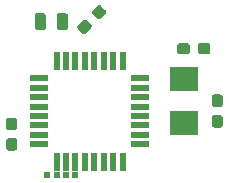
<source format=gbr>
G04 #@! TF.GenerationSoftware,KiCad,Pcbnew,(5.1.5)-3*
G04 #@! TF.CreationDate,2020-02-18T08:36:52+11:00*
G04 #@! TF.ProjectId,Heterodyne,48657465-726f-4647-996e-652e6b696361,rev?*
G04 #@! TF.SameCoordinates,Original*
G04 #@! TF.FileFunction,Paste,Bot*
G04 #@! TF.FilePolarity,Positive*
%FSLAX46Y46*%
G04 Gerber Fmt 4.6, Leading zero omitted, Abs format (unit mm)*
G04 Created by KiCad (PCBNEW (5.1.5)-3) date 2020-02-18 08:36:52*
%MOMM*%
%LPD*%
G04 APERTURE LIST*
%ADD10R,0.600000X0.600000*%
%ADD11C,0.100000*%
%ADD12R,1.600000X0.550000*%
%ADD13R,0.550000X1.600000*%
%ADD14R,2.400000X2.000000*%
G04 APERTURE END LIST*
D10*
X123500000Y-65600000D03*
X124300000Y-65600000D03*
X125100000Y-65600000D03*
X125900000Y-65600000D03*
D11*
G36*
X138160779Y-58776144D02*
G01*
X138183834Y-58779563D01*
X138206443Y-58785227D01*
X138228387Y-58793079D01*
X138249457Y-58803044D01*
X138269448Y-58815026D01*
X138288168Y-58828910D01*
X138305438Y-58844562D01*
X138321090Y-58861832D01*
X138334974Y-58880552D01*
X138346956Y-58900543D01*
X138356921Y-58921613D01*
X138364773Y-58943557D01*
X138370437Y-58966166D01*
X138373856Y-58989221D01*
X138375000Y-59012500D01*
X138375000Y-59587500D01*
X138373856Y-59610779D01*
X138370437Y-59633834D01*
X138364773Y-59656443D01*
X138356921Y-59678387D01*
X138346956Y-59699457D01*
X138334974Y-59719448D01*
X138321090Y-59738168D01*
X138305438Y-59755438D01*
X138288168Y-59771090D01*
X138269448Y-59784974D01*
X138249457Y-59796956D01*
X138228387Y-59806921D01*
X138206443Y-59814773D01*
X138183834Y-59820437D01*
X138160779Y-59823856D01*
X138137500Y-59825000D01*
X137662500Y-59825000D01*
X137639221Y-59823856D01*
X137616166Y-59820437D01*
X137593557Y-59814773D01*
X137571613Y-59806921D01*
X137550543Y-59796956D01*
X137530552Y-59784974D01*
X137511832Y-59771090D01*
X137494562Y-59755438D01*
X137478910Y-59738168D01*
X137465026Y-59719448D01*
X137453044Y-59699457D01*
X137443079Y-59678387D01*
X137435227Y-59656443D01*
X137429563Y-59633834D01*
X137426144Y-59610779D01*
X137425000Y-59587500D01*
X137425000Y-59012500D01*
X137426144Y-58989221D01*
X137429563Y-58966166D01*
X137435227Y-58943557D01*
X137443079Y-58921613D01*
X137453044Y-58900543D01*
X137465026Y-58880552D01*
X137478910Y-58861832D01*
X137494562Y-58844562D01*
X137511832Y-58828910D01*
X137530552Y-58815026D01*
X137550543Y-58803044D01*
X137571613Y-58793079D01*
X137593557Y-58785227D01*
X137616166Y-58779563D01*
X137639221Y-58776144D01*
X137662500Y-58775000D01*
X138137500Y-58775000D01*
X138160779Y-58776144D01*
G37*
G36*
X138160779Y-60526144D02*
G01*
X138183834Y-60529563D01*
X138206443Y-60535227D01*
X138228387Y-60543079D01*
X138249457Y-60553044D01*
X138269448Y-60565026D01*
X138288168Y-60578910D01*
X138305438Y-60594562D01*
X138321090Y-60611832D01*
X138334974Y-60630552D01*
X138346956Y-60650543D01*
X138356921Y-60671613D01*
X138364773Y-60693557D01*
X138370437Y-60716166D01*
X138373856Y-60739221D01*
X138375000Y-60762500D01*
X138375000Y-61337500D01*
X138373856Y-61360779D01*
X138370437Y-61383834D01*
X138364773Y-61406443D01*
X138356921Y-61428387D01*
X138346956Y-61449457D01*
X138334974Y-61469448D01*
X138321090Y-61488168D01*
X138305438Y-61505438D01*
X138288168Y-61521090D01*
X138269448Y-61534974D01*
X138249457Y-61546956D01*
X138228387Y-61556921D01*
X138206443Y-61564773D01*
X138183834Y-61570437D01*
X138160779Y-61573856D01*
X138137500Y-61575000D01*
X137662500Y-61575000D01*
X137639221Y-61573856D01*
X137616166Y-61570437D01*
X137593557Y-61564773D01*
X137571613Y-61556921D01*
X137550543Y-61546956D01*
X137530552Y-61534974D01*
X137511832Y-61521090D01*
X137494562Y-61505438D01*
X137478910Y-61488168D01*
X137465026Y-61469448D01*
X137453044Y-61449457D01*
X137443079Y-61428387D01*
X137435227Y-61406443D01*
X137429563Y-61383834D01*
X137426144Y-61360779D01*
X137425000Y-61337500D01*
X137425000Y-60762500D01*
X137426144Y-60739221D01*
X137429563Y-60716166D01*
X137435227Y-60693557D01*
X137443079Y-60671613D01*
X137453044Y-60650543D01*
X137465026Y-60630552D01*
X137478910Y-60611832D01*
X137494562Y-60594562D01*
X137511832Y-60578910D01*
X137530552Y-60565026D01*
X137550543Y-60553044D01*
X137571613Y-60543079D01*
X137593557Y-60535227D01*
X137616166Y-60529563D01*
X137639221Y-60526144D01*
X137662500Y-60525000D01*
X138137500Y-60525000D01*
X138160779Y-60526144D01*
G37*
G36*
X120760779Y-62476144D02*
G01*
X120783834Y-62479563D01*
X120806443Y-62485227D01*
X120828387Y-62493079D01*
X120849457Y-62503044D01*
X120869448Y-62515026D01*
X120888168Y-62528910D01*
X120905438Y-62544562D01*
X120921090Y-62561832D01*
X120934974Y-62580552D01*
X120946956Y-62600543D01*
X120956921Y-62621613D01*
X120964773Y-62643557D01*
X120970437Y-62666166D01*
X120973856Y-62689221D01*
X120975000Y-62712500D01*
X120975000Y-63287500D01*
X120973856Y-63310779D01*
X120970437Y-63333834D01*
X120964773Y-63356443D01*
X120956921Y-63378387D01*
X120946956Y-63399457D01*
X120934974Y-63419448D01*
X120921090Y-63438168D01*
X120905438Y-63455438D01*
X120888168Y-63471090D01*
X120869448Y-63484974D01*
X120849457Y-63496956D01*
X120828387Y-63506921D01*
X120806443Y-63514773D01*
X120783834Y-63520437D01*
X120760779Y-63523856D01*
X120737500Y-63525000D01*
X120262500Y-63525000D01*
X120239221Y-63523856D01*
X120216166Y-63520437D01*
X120193557Y-63514773D01*
X120171613Y-63506921D01*
X120150543Y-63496956D01*
X120130552Y-63484974D01*
X120111832Y-63471090D01*
X120094562Y-63455438D01*
X120078910Y-63438168D01*
X120065026Y-63419448D01*
X120053044Y-63399457D01*
X120043079Y-63378387D01*
X120035227Y-63356443D01*
X120029563Y-63333834D01*
X120026144Y-63310779D01*
X120025000Y-63287500D01*
X120025000Y-62712500D01*
X120026144Y-62689221D01*
X120029563Y-62666166D01*
X120035227Y-62643557D01*
X120043079Y-62621613D01*
X120053044Y-62600543D01*
X120065026Y-62580552D01*
X120078910Y-62561832D01*
X120094562Y-62544562D01*
X120111832Y-62528910D01*
X120130552Y-62515026D01*
X120150543Y-62503044D01*
X120171613Y-62493079D01*
X120193557Y-62485227D01*
X120216166Y-62479563D01*
X120239221Y-62476144D01*
X120262500Y-62475000D01*
X120737500Y-62475000D01*
X120760779Y-62476144D01*
G37*
G36*
X120760779Y-60726144D02*
G01*
X120783834Y-60729563D01*
X120806443Y-60735227D01*
X120828387Y-60743079D01*
X120849457Y-60753044D01*
X120869448Y-60765026D01*
X120888168Y-60778910D01*
X120905438Y-60794562D01*
X120921090Y-60811832D01*
X120934974Y-60830552D01*
X120946956Y-60850543D01*
X120956921Y-60871613D01*
X120964773Y-60893557D01*
X120970437Y-60916166D01*
X120973856Y-60939221D01*
X120975000Y-60962500D01*
X120975000Y-61537500D01*
X120973856Y-61560779D01*
X120970437Y-61583834D01*
X120964773Y-61606443D01*
X120956921Y-61628387D01*
X120946956Y-61649457D01*
X120934974Y-61669448D01*
X120921090Y-61688168D01*
X120905438Y-61705438D01*
X120888168Y-61721090D01*
X120869448Y-61734974D01*
X120849457Y-61746956D01*
X120828387Y-61756921D01*
X120806443Y-61764773D01*
X120783834Y-61770437D01*
X120760779Y-61773856D01*
X120737500Y-61775000D01*
X120262500Y-61775000D01*
X120239221Y-61773856D01*
X120216166Y-61770437D01*
X120193557Y-61764773D01*
X120171613Y-61756921D01*
X120150543Y-61746956D01*
X120130552Y-61734974D01*
X120111832Y-61721090D01*
X120094562Y-61705438D01*
X120078910Y-61688168D01*
X120065026Y-61669448D01*
X120053044Y-61649457D01*
X120043079Y-61628387D01*
X120035227Y-61606443D01*
X120029563Y-61583834D01*
X120026144Y-61560779D01*
X120025000Y-61537500D01*
X120025000Y-60962500D01*
X120026144Y-60939221D01*
X120029563Y-60916166D01*
X120035227Y-60893557D01*
X120043079Y-60871613D01*
X120053044Y-60850543D01*
X120065026Y-60830552D01*
X120078910Y-60811832D01*
X120094562Y-60794562D01*
X120111832Y-60778910D01*
X120130552Y-60765026D01*
X120150543Y-60753044D01*
X120171613Y-60743079D01*
X120193557Y-60735227D01*
X120216166Y-60729563D01*
X120239221Y-60726144D01*
X120262500Y-60725000D01*
X120737500Y-60725000D01*
X120760779Y-60726144D01*
G37*
G36*
X127958634Y-51192413D02*
G01*
X127981689Y-51195832D01*
X128004298Y-51201496D01*
X128026242Y-51209348D01*
X128047312Y-51219313D01*
X128067303Y-51231295D01*
X128086023Y-51245179D01*
X128103293Y-51260831D01*
X128439169Y-51596707D01*
X128454821Y-51613977D01*
X128468705Y-51632697D01*
X128480687Y-51652688D01*
X128490652Y-51673758D01*
X128498504Y-51695702D01*
X128504168Y-51718311D01*
X128507587Y-51741366D01*
X128508731Y-51764645D01*
X128507587Y-51787924D01*
X128504168Y-51810979D01*
X128498504Y-51833588D01*
X128490652Y-51855532D01*
X128480687Y-51876602D01*
X128468705Y-51896593D01*
X128454821Y-51915313D01*
X128439169Y-51932583D01*
X128032583Y-52339169D01*
X128015313Y-52354821D01*
X127996593Y-52368705D01*
X127976602Y-52380687D01*
X127955532Y-52390652D01*
X127933588Y-52398504D01*
X127910979Y-52404168D01*
X127887924Y-52407587D01*
X127864645Y-52408731D01*
X127841366Y-52407587D01*
X127818311Y-52404168D01*
X127795702Y-52398504D01*
X127773758Y-52390652D01*
X127752688Y-52380687D01*
X127732697Y-52368705D01*
X127713977Y-52354821D01*
X127696707Y-52339169D01*
X127360831Y-52003293D01*
X127345179Y-51986023D01*
X127331295Y-51967303D01*
X127319313Y-51947312D01*
X127309348Y-51926242D01*
X127301496Y-51904298D01*
X127295832Y-51881689D01*
X127292413Y-51858634D01*
X127291269Y-51835355D01*
X127292413Y-51812076D01*
X127295832Y-51789021D01*
X127301496Y-51766412D01*
X127309348Y-51744468D01*
X127319313Y-51723398D01*
X127331295Y-51703407D01*
X127345179Y-51684687D01*
X127360831Y-51667417D01*
X127767417Y-51260831D01*
X127784687Y-51245179D01*
X127803407Y-51231295D01*
X127823398Y-51219313D01*
X127844468Y-51209348D01*
X127866412Y-51201496D01*
X127889021Y-51195832D01*
X127912076Y-51192413D01*
X127935355Y-51191269D01*
X127958634Y-51192413D01*
G37*
G36*
X126721198Y-52429849D02*
G01*
X126744253Y-52433268D01*
X126766862Y-52438932D01*
X126788806Y-52446784D01*
X126809876Y-52456749D01*
X126829867Y-52468731D01*
X126848587Y-52482615D01*
X126865857Y-52498267D01*
X127201733Y-52834143D01*
X127217385Y-52851413D01*
X127231269Y-52870133D01*
X127243251Y-52890124D01*
X127253216Y-52911194D01*
X127261068Y-52933138D01*
X127266732Y-52955747D01*
X127270151Y-52978802D01*
X127271295Y-53002081D01*
X127270151Y-53025360D01*
X127266732Y-53048415D01*
X127261068Y-53071024D01*
X127253216Y-53092968D01*
X127243251Y-53114038D01*
X127231269Y-53134029D01*
X127217385Y-53152749D01*
X127201733Y-53170019D01*
X126795147Y-53576605D01*
X126777877Y-53592257D01*
X126759157Y-53606141D01*
X126739166Y-53618123D01*
X126718096Y-53628088D01*
X126696152Y-53635940D01*
X126673543Y-53641604D01*
X126650488Y-53645023D01*
X126627209Y-53646167D01*
X126603930Y-53645023D01*
X126580875Y-53641604D01*
X126558266Y-53635940D01*
X126536322Y-53628088D01*
X126515252Y-53618123D01*
X126495261Y-53606141D01*
X126476541Y-53592257D01*
X126459271Y-53576605D01*
X126123395Y-53240729D01*
X126107743Y-53223459D01*
X126093859Y-53204739D01*
X126081877Y-53184748D01*
X126071912Y-53163678D01*
X126064060Y-53141734D01*
X126058396Y-53119125D01*
X126054977Y-53096070D01*
X126053833Y-53072791D01*
X126054977Y-53049512D01*
X126058396Y-53026457D01*
X126064060Y-53003848D01*
X126071912Y-52981904D01*
X126081877Y-52960834D01*
X126093859Y-52940843D01*
X126107743Y-52922123D01*
X126123395Y-52904853D01*
X126529981Y-52498267D01*
X126547251Y-52482615D01*
X126565971Y-52468731D01*
X126585962Y-52456749D01*
X126607032Y-52446784D01*
X126628976Y-52438932D01*
X126651585Y-52433268D01*
X126674640Y-52429849D01*
X126697919Y-52428705D01*
X126721198Y-52429849D01*
G37*
G36*
X125067642Y-51901174D02*
G01*
X125091303Y-51904684D01*
X125114507Y-51910496D01*
X125137029Y-51918554D01*
X125158653Y-51928782D01*
X125179170Y-51941079D01*
X125198383Y-51955329D01*
X125216107Y-51971393D01*
X125232171Y-51989117D01*
X125246421Y-52008330D01*
X125258718Y-52028847D01*
X125268946Y-52050471D01*
X125277004Y-52072993D01*
X125282816Y-52096197D01*
X125286326Y-52119858D01*
X125287500Y-52143750D01*
X125287500Y-53056250D01*
X125286326Y-53080142D01*
X125282816Y-53103803D01*
X125277004Y-53127007D01*
X125268946Y-53149529D01*
X125258718Y-53171153D01*
X125246421Y-53191670D01*
X125232171Y-53210883D01*
X125216107Y-53228607D01*
X125198383Y-53244671D01*
X125179170Y-53258921D01*
X125158653Y-53271218D01*
X125137029Y-53281446D01*
X125114507Y-53289504D01*
X125091303Y-53295316D01*
X125067642Y-53298826D01*
X125043750Y-53300000D01*
X124556250Y-53300000D01*
X124532358Y-53298826D01*
X124508697Y-53295316D01*
X124485493Y-53289504D01*
X124462971Y-53281446D01*
X124441347Y-53271218D01*
X124420830Y-53258921D01*
X124401617Y-53244671D01*
X124383893Y-53228607D01*
X124367829Y-53210883D01*
X124353579Y-53191670D01*
X124341282Y-53171153D01*
X124331054Y-53149529D01*
X124322996Y-53127007D01*
X124317184Y-53103803D01*
X124313674Y-53080142D01*
X124312500Y-53056250D01*
X124312500Y-52143750D01*
X124313674Y-52119858D01*
X124317184Y-52096197D01*
X124322996Y-52072993D01*
X124331054Y-52050471D01*
X124341282Y-52028847D01*
X124353579Y-52008330D01*
X124367829Y-51989117D01*
X124383893Y-51971393D01*
X124401617Y-51955329D01*
X124420830Y-51941079D01*
X124441347Y-51928782D01*
X124462971Y-51918554D01*
X124485493Y-51910496D01*
X124508697Y-51904684D01*
X124532358Y-51901174D01*
X124556250Y-51900000D01*
X125043750Y-51900000D01*
X125067642Y-51901174D01*
G37*
G36*
X123192642Y-51901174D02*
G01*
X123216303Y-51904684D01*
X123239507Y-51910496D01*
X123262029Y-51918554D01*
X123283653Y-51928782D01*
X123304170Y-51941079D01*
X123323383Y-51955329D01*
X123341107Y-51971393D01*
X123357171Y-51989117D01*
X123371421Y-52008330D01*
X123383718Y-52028847D01*
X123393946Y-52050471D01*
X123402004Y-52072993D01*
X123407816Y-52096197D01*
X123411326Y-52119858D01*
X123412500Y-52143750D01*
X123412500Y-53056250D01*
X123411326Y-53080142D01*
X123407816Y-53103803D01*
X123402004Y-53127007D01*
X123393946Y-53149529D01*
X123383718Y-53171153D01*
X123371421Y-53191670D01*
X123357171Y-53210883D01*
X123341107Y-53228607D01*
X123323383Y-53244671D01*
X123304170Y-53258921D01*
X123283653Y-53271218D01*
X123262029Y-53281446D01*
X123239507Y-53289504D01*
X123216303Y-53295316D01*
X123192642Y-53298826D01*
X123168750Y-53300000D01*
X122681250Y-53300000D01*
X122657358Y-53298826D01*
X122633697Y-53295316D01*
X122610493Y-53289504D01*
X122587971Y-53281446D01*
X122566347Y-53271218D01*
X122545830Y-53258921D01*
X122526617Y-53244671D01*
X122508893Y-53228607D01*
X122492829Y-53210883D01*
X122478579Y-53191670D01*
X122466282Y-53171153D01*
X122456054Y-53149529D01*
X122447996Y-53127007D01*
X122442184Y-53103803D01*
X122438674Y-53080142D01*
X122437500Y-53056250D01*
X122437500Y-52143750D01*
X122438674Y-52119858D01*
X122442184Y-52096197D01*
X122447996Y-52072993D01*
X122456054Y-52050471D01*
X122466282Y-52028847D01*
X122478579Y-52008330D01*
X122492829Y-51989117D01*
X122508893Y-51971393D01*
X122526617Y-51955329D01*
X122545830Y-51941079D01*
X122566347Y-51928782D01*
X122587971Y-51918554D01*
X122610493Y-51910496D01*
X122633697Y-51904684D01*
X122657358Y-51901174D01*
X122681250Y-51900000D01*
X123168750Y-51900000D01*
X123192642Y-51901174D01*
G37*
G36*
X135360779Y-54426144D02*
G01*
X135383834Y-54429563D01*
X135406443Y-54435227D01*
X135428387Y-54443079D01*
X135449457Y-54453044D01*
X135469448Y-54465026D01*
X135488168Y-54478910D01*
X135505438Y-54494562D01*
X135521090Y-54511832D01*
X135534974Y-54530552D01*
X135546956Y-54550543D01*
X135556921Y-54571613D01*
X135564773Y-54593557D01*
X135570437Y-54616166D01*
X135573856Y-54639221D01*
X135575000Y-54662500D01*
X135575000Y-55137500D01*
X135573856Y-55160779D01*
X135570437Y-55183834D01*
X135564773Y-55206443D01*
X135556921Y-55228387D01*
X135546956Y-55249457D01*
X135534974Y-55269448D01*
X135521090Y-55288168D01*
X135505438Y-55305438D01*
X135488168Y-55321090D01*
X135469448Y-55334974D01*
X135449457Y-55346956D01*
X135428387Y-55356921D01*
X135406443Y-55364773D01*
X135383834Y-55370437D01*
X135360779Y-55373856D01*
X135337500Y-55375000D01*
X134762500Y-55375000D01*
X134739221Y-55373856D01*
X134716166Y-55370437D01*
X134693557Y-55364773D01*
X134671613Y-55356921D01*
X134650543Y-55346956D01*
X134630552Y-55334974D01*
X134611832Y-55321090D01*
X134594562Y-55305438D01*
X134578910Y-55288168D01*
X134565026Y-55269448D01*
X134553044Y-55249457D01*
X134543079Y-55228387D01*
X134535227Y-55206443D01*
X134529563Y-55183834D01*
X134526144Y-55160779D01*
X134525000Y-55137500D01*
X134525000Y-54662500D01*
X134526144Y-54639221D01*
X134529563Y-54616166D01*
X134535227Y-54593557D01*
X134543079Y-54571613D01*
X134553044Y-54550543D01*
X134565026Y-54530552D01*
X134578910Y-54511832D01*
X134594562Y-54494562D01*
X134611832Y-54478910D01*
X134630552Y-54465026D01*
X134650543Y-54453044D01*
X134671613Y-54443079D01*
X134693557Y-54435227D01*
X134716166Y-54429563D01*
X134739221Y-54426144D01*
X134762500Y-54425000D01*
X135337500Y-54425000D01*
X135360779Y-54426144D01*
G37*
G36*
X137110779Y-54426144D02*
G01*
X137133834Y-54429563D01*
X137156443Y-54435227D01*
X137178387Y-54443079D01*
X137199457Y-54453044D01*
X137219448Y-54465026D01*
X137238168Y-54478910D01*
X137255438Y-54494562D01*
X137271090Y-54511832D01*
X137284974Y-54530552D01*
X137296956Y-54550543D01*
X137306921Y-54571613D01*
X137314773Y-54593557D01*
X137320437Y-54616166D01*
X137323856Y-54639221D01*
X137325000Y-54662500D01*
X137325000Y-55137500D01*
X137323856Y-55160779D01*
X137320437Y-55183834D01*
X137314773Y-55206443D01*
X137306921Y-55228387D01*
X137296956Y-55249457D01*
X137284974Y-55269448D01*
X137271090Y-55288168D01*
X137255438Y-55305438D01*
X137238168Y-55321090D01*
X137219448Y-55334974D01*
X137199457Y-55346956D01*
X137178387Y-55356921D01*
X137156443Y-55364773D01*
X137133834Y-55370437D01*
X137110779Y-55373856D01*
X137087500Y-55375000D01*
X136512500Y-55375000D01*
X136489221Y-55373856D01*
X136466166Y-55370437D01*
X136443557Y-55364773D01*
X136421613Y-55356921D01*
X136400543Y-55346956D01*
X136380552Y-55334974D01*
X136361832Y-55321090D01*
X136344562Y-55305438D01*
X136328910Y-55288168D01*
X136315026Y-55269448D01*
X136303044Y-55249457D01*
X136293079Y-55228387D01*
X136285227Y-55206443D01*
X136279563Y-55183834D01*
X136276144Y-55160779D01*
X136275000Y-55137500D01*
X136275000Y-54662500D01*
X136276144Y-54639221D01*
X136279563Y-54616166D01*
X136285227Y-54593557D01*
X136293079Y-54571613D01*
X136303044Y-54550543D01*
X136315026Y-54530552D01*
X136328910Y-54511832D01*
X136344562Y-54494562D01*
X136361832Y-54478910D01*
X136380552Y-54465026D01*
X136400543Y-54453044D01*
X136421613Y-54443079D01*
X136443557Y-54435227D01*
X136466166Y-54429563D01*
X136489221Y-54426144D01*
X136512500Y-54425000D01*
X137087500Y-54425000D01*
X137110779Y-54426144D01*
G37*
D12*
X131350000Y-57400000D03*
X131350000Y-58200000D03*
X131350000Y-59000000D03*
X131350000Y-59800000D03*
X131350000Y-60600000D03*
X131350000Y-61400000D03*
X131350000Y-62200000D03*
X131350000Y-63000000D03*
D13*
X129900000Y-64450000D03*
X129100000Y-64450000D03*
X128300000Y-64450000D03*
X127500000Y-64450000D03*
X126700000Y-64450000D03*
X125900000Y-64450000D03*
X125100000Y-64450000D03*
X124300000Y-64450000D03*
D12*
X122850000Y-63000000D03*
X122850000Y-62200000D03*
X122850000Y-61400000D03*
X122850000Y-60600000D03*
X122850000Y-59800000D03*
X122850000Y-59000000D03*
X122850000Y-58200000D03*
X122850000Y-57400000D03*
D13*
X124300000Y-55950000D03*
X125100000Y-55950000D03*
X125900000Y-55950000D03*
X126700000Y-55950000D03*
X127500000Y-55950000D03*
X128300000Y-55950000D03*
X129100000Y-55950000D03*
X129900000Y-55950000D03*
D14*
X135100000Y-57500000D03*
X135100000Y-61200000D03*
M02*

</source>
